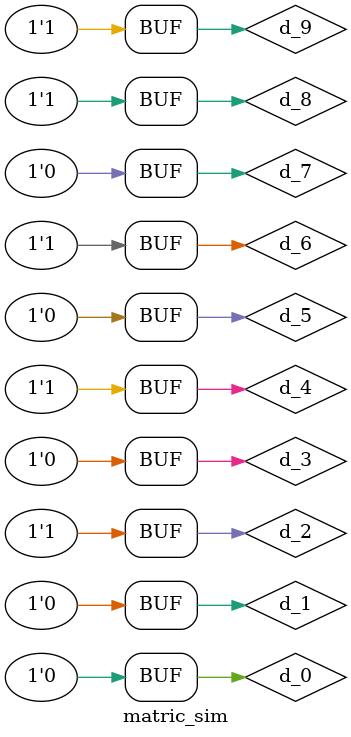
<source format=v>
`timescale 1ns / 1ps


module matric_sim(

    );
    
    // Input
    reg d_0, d_1, d_2, d_3, d_4, d_5, d_6, d_7, d_8, d_9;
    
    // Output
    wire AN0, AN1, AN2, AN3, segA, segB, segC, segD, segE, segF, segG, segDP;
    
    // Instantation
    matric dut(d_0, d_1, d_2, d_3, d_4, d_5, d_6, d_7, d_8, d_9,
               AN0, AN1, AN2, AN3, 
               segA, segB, segC, segD, segE, segF, segG, segDP);
    
    // Stimuli
    initial begin
        d_0 = 1; d_1 = 1; d_2 = 1; d_3 = 1; d_4 = 1; 
        d_5 = 1; d_6 = 1; d_7 = 1; d_8 = 1; d_9 = 1; #10;
        d_0 = 0; d_1 = 0; d_2 = 1; d_3 = 0; d_4 = 1; 
        d_5 = 0; d_6 = 1; d_7 = 0; d_8 = 1; d_9 = 1; #10;
    end
endmodule

</source>
